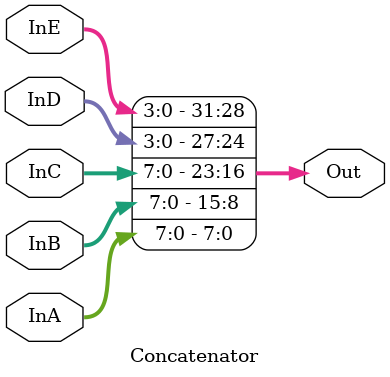
<source format=v>
module Concatenator
(   input   	[7:0]   	InA,
    input   	[7:0]   	InB,
    input   	[7:0]   	InC,
    input   	[3:0]   	InD,
    input   	[3:0]   	InE,
    output reg  [31:0]  	Out
);	
  always@(*)begin
    Out = {InE, InD, InC, InB, InA};
  end
endmodule
</source>
